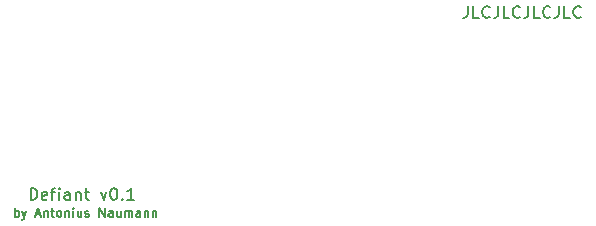
<source format=gbr>
%TF.GenerationSoftware,KiCad,Pcbnew,7.0.2-0*%
%TF.CreationDate,2024-02-18T22:39:56+01:00*%
%TF.ProjectId,defiant-plate,64656669-616e-4742-9d70-6c6174652e6b,v0.1*%
%TF.SameCoordinates,Original*%
%TF.FileFunction,Legend,Top*%
%TF.FilePolarity,Positive*%
%FSLAX46Y46*%
G04 Gerber Fmt 4.6, Leading zero omitted, Abs format (unit mm)*
G04 Created by KiCad (PCBNEW 7.0.2-0) date 2024-02-18 22:39:56*
%MOMM*%
%LPD*%
G01*
G04 APERTURE LIST*
%ADD10C,0.150000*%
%ADD11C,4.000000*%
G04 APERTURE END LIST*
D10*
X161073809Y-90777619D02*
X161073809Y-91491904D01*
X161073809Y-91491904D02*
X161026190Y-91634761D01*
X161026190Y-91634761D02*
X160930952Y-91730000D01*
X160930952Y-91730000D02*
X160788095Y-91777619D01*
X160788095Y-91777619D02*
X160692857Y-91777619D01*
X162026190Y-91777619D02*
X161550000Y-91777619D01*
X161550000Y-91777619D02*
X161550000Y-90777619D01*
X162930952Y-91682380D02*
X162883333Y-91730000D01*
X162883333Y-91730000D02*
X162740476Y-91777619D01*
X162740476Y-91777619D02*
X162645238Y-91777619D01*
X162645238Y-91777619D02*
X162502381Y-91730000D01*
X162502381Y-91730000D02*
X162407143Y-91634761D01*
X162407143Y-91634761D02*
X162359524Y-91539523D01*
X162359524Y-91539523D02*
X162311905Y-91349047D01*
X162311905Y-91349047D02*
X162311905Y-91206190D01*
X162311905Y-91206190D02*
X162359524Y-91015714D01*
X162359524Y-91015714D02*
X162407143Y-90920476D01*
X162407143Y-90920476D02*
X162502381Y-90825238D01*
X162502381Y-90825238D02*
X162645238Y-90777619D01*
X162645238Y-90777619D02*
X162740476Y-90777619D01*
X162740476Y-90777619D02*
X162883333Y-90825238D01*
X162883333Y-90825238D02*
X162930952Y-90872857D01*
X163645238Y-90777619D02*
X163645238Y-91491904D01*
X163645238Y-91491904D02*
X163597619Y-91634761D01*
X163597619Y-91634761D02*
X163502381Y-91730000D01*
X163502381Y-91730000D02*
X163359524Y-91777619D01*
X163359524Y-91777619D02*
X163264286Y-91777619D01*
X164597619Y-91777619D02*
X164121429Y-91777619D01*
X164121429Y-91777619D02*
X164121429Y-90777619D01*
X165502381Y-91682380D02*
X165454762Y-91730000D01*
X165454762Y-91730000D02*
X165311905Y-91777619D01*
X165311905Y-91777619D02*
X165216667Y-91777619D01*
X165216667Y-91777619D02*
X165073810Y-91730000D01*
X165073810Y-91730000D02*
X164978572Y-91634761D01*
X164978572Y-91634761D02*
X164930953Y-91539523D01*
X164930953Y-91539523D02*
X164883334Y-91349047D01*
X164883334Y-91349047D02*
X164883334Y-91206190D01*
X164883334Y-91206190D02*
X164930953Y-91015714D01*
X164930953Y-91015714D02*
X164978572Y-90920476D01*
X164978572Y-90920476D02*
X165073810Y-90825238D01*
X165073810Y-90825238D02*
X165216667Y-90777619D01*
X165216667Y-90777619D02*
X165311905Y-90777619D01*
X165311905Y-90777619D02*
X165454762Y-90825238D01*
X165454762Y-90825238D02*
X165502381Y-90872857D01*
X166216667Y-90777619D02*
X166216667Y-91491904D01*
X166216667Y-91491904D02*
X166169048Y-91634761D01*
X166169048Y-91634761D02*
X166073810Y-91730000D01*
X166073810Y-91730000D02*
X165930953Y-91777619D01*
X165930953Y-91777619D02*
X165835715Y-91777619D01*
X167169048Y-91777619D02*
X166692858Y-91777619D01*
X166692858Y-91777619D02*
X166692858Y-90777619D01*
X168073810Y-91682380D02*
X168026191Y-91730000D01*
X168026191Y-91730000D02*
X167883334Y-91777619D01*
X167883334Y-91777619D02*
X167788096Y-91777619D01*
X167788096Y-91777619D02*
X167645239Y-91730000D01*
X167645239Y-91730000D02*
X167550001Y-91634761D01*
X167550001Y-91634761D02*
X167502382Y-91539523D01*
X167502382Y-91539523D02*
X167454763Y-91349047D01*
X167454763Y-91349047D02*
X167454763Y-91206190D01*
X167454763Y-91206190D02*
X167502382Y-91015714D01*
X167502382Y-91015714D02*
X167550001Y-90920476D01*
X167550001Y-90920476D02*
X167645239Y-90825238D01*
X167645239Y-90825238D02*
X167788096Y-90777619D01*
X167788096Y-90777619D02*
X167883334Y-90777619D01*
X167883334Y-90777619D02*
X168026191Y-90825238D01*
X168026191Y-90825238D02*
X168073810Y-90872857D01*
X168788096Y-90777619D02*
X168788096Y-91491904D01*
X168788096Y-91491904D02*
X168740477Y-91634761D01*
X168740477Y-91634761D02*
X168645239Y-91730000D01*
X168645239Y-91730000D02*
X168502382Y-91777619D01*
X168502382Y-91777619D02*
X168407144Y-91777619D01*
X169740477Y-91777619D02*
X169264287Y-91777619D01*
X169264287Y-91777619D02*
X169264287Y-90777619D01*
X170645239Y-91682380D02*
X170597620Y-91730000D01*
X170597620Y-91730000D02*
X170454763Y-91777619D01*
X170454763Y-91777619D02*
X170359525Y-91777619D01*
X170359525Y-91777619D02*
X170216668Y-91730000D01*
X170216668Y-91730000D02*
X170121430Y-91634761D01*
X170121430Y-91634761D02*
X170073811Y-91539523D01*
X170073811Y-91539523D02*
X170026192Y-91349047D01*
X170026192Y-91349047D02*
X170026192Y-91206190D01*
X170026192Y-91206190D02*
X170073811Y-91015714D01*
X170073811Y-91015714D02*
X170121430Y-90920476D01*
X170121430Y-90920476D02*
X170216668Y-90825238D01*
X170216668Y-90825238D02*
X170359525Y-90777619D01*
X170359525Y-90777619D02*
X170454763Y-90777619D01*
X170454763Y-90777619D02*
X170597620Y-90825238D01*
X170597620Y-90825238D02*
X170645239Y-90872857D01*
X122748571Y-108618214D02*
X122748571Y-107868214D01*
X122748571Y-108153928D02*
X122820000Y-108118214D01*
X122820000Y-108118214D02*
X122962857Y-108118214D01*
X122962857Y-108118214D02*
X123034285Y-108153928D01*
X123034285Y-108153928D02*
X123070000Y-108189642D01*
X123070000Y-108189642D02*
X123105714Y-108261071D01*
X123105714Y-108261071D02*
X123105714Y-108475357D01*
X123105714Y-108475357D02*
X123070000Y-108546785D01*
X123070000Y-108546785D02*
X123034285Y-108582500D01*
X123034285Y-108582500D02*
X122962857Y-108618214D01*
X122962857Y-108618214D02*
X122820000Y-108618214D01*
X122820000Y-108618214D02*
X122748571Y-108582500D01*
X123355713Y-108118214D02*
X123534285Y-108618214D01*
X123712856Y-108118214D02*
X123534285Y-108618214D01*
X123534285Y-108618214D02*
X123462856Y-108796785D01*
X123462856Y-108796785D02*
X123427142Y-108832500D01*
X123427142Y-108832500D02*
X123355713Y-108868214D01*
X124534286Y-108403928D02*
X124891429Y-108403928D01*
X124462857Y-108618214D02*
X124712857Y-107868214D01*
X124712857Y-107868214D02*
X124962857Y-108618214D01*
X125212857Y-108118214D02*
X125212857Y-108618214D01*
X125212857Y-108189642D02*
X125248571Y-108153928D01*
X125248571Y-108153928D02*
X125320000Y-108118214D01*
X125320000Y-108118214D02*
X125427143Y-108118214D01*
X125427143Y-108118214D02*
X125498571Y-108153928D01*
X125498571Y-108153928D02*
X125534286Y-108225357D01*
X125534286Y-108225357D02*
X125534286Y-108618214D01*
X125784285Y-108118214D02*
X126069999Y-108118214D01*
X125891428Y-107868214D02*
X125891428Y-108511071D01*
X125891428Y-108511071D02*
X125927142Y-108582500D01*
X125927142Y-108582500D02*
X125998571Y-108618214D01*
X125998571Y-108618214D02*
X126069999Y-108618214D01*
X126427142Y-108618214D02*
X126355713Y-108582500D01*
X126355713Y-108582500D02*
X126319999Y-108546785D01*
X126319999Y-108546785D02*
X126284285Y-108475357D01*
X126284285Y-108475357D02*
X126284285Y-108261071D01*
X126284285Y-108261071D02*
X126319999Y-108189642D01*
X126319999Y-108189642D02*
X126355713Y-108153928D01*
X126355713Y-108153928D02*
X126427142Y-108118214D01*
X126427142Y-108118214D02*
X126534285Y-108118214D01*
X126534285Y-108118214D02*
X126605713Y-108153928D01*
X126605713Y-108153928D02*
X126641428Y-108189642D01*
X126641428Y-108189642D02*
X126677142Y-108261071D01*
X126677142Y-108261071D02*
X126677142Y-108475357D01*
X126677142Y-108475357D02*
X126641428Y-108546785D01*
X126641428Y-108546785D02*
X126605713Y-108582500D01*
X126605713Y-108582500D02*
X126534285Y-108618214D01*
X126534285Y-108618214D02*
X126427142Y-108618214D01*
X126998570Y-108118214D02*
X126998570Y-108618214D01*
X126998570Y-108189642D02*
X127034284Y-108153928D01*
X127034284Y-108153928D02*
X127105713Y-108118214D01*
X127105713Y-108118214D02*
X127212856Y-108118214D01*
X127212856Y-108118214D02*
X127284284Y-108153928D01*
X127284284Y-108153928D02*
X127319999Y-108225357D01*
X127319999Y-108225357D02*
X127319999Y-108618214D01*
X127677141Y-108618214D02*
X127677141Y-108118214D01*
X127677141Y-107868214D02*
X127641427Y-107903928D01*
X127641427Y-107903928D02*
X127677141Y-107939642D01*
X127677141Y-107939642D02*
X127712855Y-107903928D01*
X127712855Y-107903928D02*
X127677141Y-107868214D01*
X127677141Y-107868214D02*
X127677141Y-107939642D01*
X128355713Y-108118214D02*
X128355713Y-108618214D01*
X128034284Y-108118214D02*
X128034284Y-108511071D01*
X128034284Y-108511071D02*
X128069998Y-108582500D01*
X128069998Y-108582500D02*
X128141427Y-108618214D01*
X128141427Y-108618214D02*
X128248570Y-108618214D01*
X128248570Y-108618214D02*
X128319998Y-108582500D01*
X128319998Y-108582500D02*
X128355713Y-108546785D01*
X128677141Y-108582500D02*
X128748569Y-108618214D01*
X128748569Y-108618214D02*
X128891426Y-108618214D01*
X128891426Y-108618214D02*
X128962855Y-108582500D01*
X128962855Y-108582500D02*
X128998569Y-108511071D01*
X128998569Y-108511071D02*
X128998569Y-108475357D01*
X128998569Y-108475357D02*
X128962855Y-108403928D01*
X128962855Y-108403928D02*
X128891426Y-108368214D01*
X128891426Y-108368214D02*
X128784284Y-108368214D01*
X128784284Y-108368214D02*
X128712855Y-108332500D01*
X128712855Y-108332500D02*
X128677141Y-108261071D01*
X128677141Y-108261071D02*
X128677141Y-108225357D01*
X128677141Y-108225357D02*
X128712855Y-108153928D01*
X128712855Y-108153928D02*
X128784284Y-108118214D01*
X128784284Y-108118214D02*
X128891426Y-108118214D01*
X128891426Y-108118214D02*
X128962855Y-108153928D01*
X129891427Y-108618214D02*
X129891427Y-107868214D01*
X129891427Y-107868214D02*
X130319998Y-108618214D01*
X130319998Y-108618214D02*
X130319998Y-107868214D01*
X130998570Y-108618214D02*
X130998570Y-108225357D01*
X130998570Y-108225357D02*
X130962855Y-108153928D01*
X130962855Y-108153928D02*
X130891427Y-108118214D01*
X130891427Y-108118214D02*
X130748570Y-108118214D01*
X130748570Y-108118214D02*
X130677141Y-108153928D01*
X130998570Y-108582500D02*
X130927141Y-108618214D01*
X130927141Y-108618214D02*
X130748570Y-108618214D01*
X130748570Y-108618214D02*
X130677141Y-108582500D01*
X130677141Y-108582500D02*
X130641427Y-108511071D01*
X130641427Y-108511071D02*
X130641427Y-108439642D01*
X130641427Y-108439642D02*
X130677141Y-108368214D01*
X130677141Y-108368214D02*
X130748570Y-108332500D01*
X130748570Y-108332500D02*
X130927141Y-108332500D01*
X130927141Y-108332500D02*
X130998570Y-108296785D01*
X131677141Y-108118214D02*
X131677141Y-108618214D01*
X131355712Y-108118214D02*
X131355712Y-108511071D01*
X131355712Y-108511071D02*
X131391426Y-108582500D01*
X131391426Y-108582500D02*
X131462855Y-108618214D01*
X131462855Y-108618214D02*
X131569998Y-108618214D01*
X131569998Y-108618214D02*
X131641426Y-108582500D01*
X131641426Y-108582500D02*
X131677141Y-108546785D01*
X132034283Y-108618214D02*
X132034283Y-108118214D01*
X132034283Y-108189642D02*
X132069997Y-108153928D01*
X132069997Y-108153928D02*
X132141426Y-108118214D01*
X132141426Y-108118214D02*
X132248569Y-108118214D01*
X132248569Y-108118214D02*
X132319997Y-108153928D01*
X132319997Y-108153928D02*
X132355712Y-108225357D01*
X132355712Y-108225357D02*
X132355712Y-108618214D01*
X132355712Y-108225357D02*
X132391426Y-108153928D01*
X132391426Y-108153928D02*
X132462854Y-108118214D01*
X132462854Y-108118214D02*
X132569997Y-108118214D01*
X132569997Y-108118214D02*
X132641426Y-108153928D01*
X132641426Y-108153928D02*
X132677140Y-108225357D01*
X132677140Y-108225357D02*
X132677140Y-108618214D01*
X133355712Y-108618214D02*
X133355712Y-108225357D01*
X133355712Y-108225357D02*
X133319997Y-108153928D01*
X133319997Y-108153928D02*
X133248569Y-108118214D01*
X133248569Y-108118214D02*
X133105712Y-108118214D01*
X133105712Y-108118214D02*
X133034283Y-108153928D01*
X133355712Y-108582500D02*
X133284283Y-108618214D01*
X133284283Y-108618214D02*
X133105712Y-108618214D01*
X133105712Y-108618214D02*
X133034283Y-108582500D01*
X133034283Y-108582500D02*
X132998569Y-108511071D01*
X132998569Y-108511071D02*
X132998569Y-108439642D01*
X132998569Y-108439642D02*
X133034283Y-108368214D01*
X133034283Y-108368214D02*
X133105712Y-108332500D01*
X133105712Y-108332500D02*
X133284283Y-108332500D01*
X133284283Y-108332500D02*
X133355712Y-108296785D01*
X133712854Y-108118214D02*
X133712854Y-108618214D01*
X133712854Y-108189642D02*
X133748568Y-108153928D01*
X133748568Y-108153928D02*
X133819997Y-108118214D01*
X133819997Y-108118214D02*
X133927140Y-108118214D01*
X133927140Y-108118214D02*
X133998568Y-108153928D01*
X133998568Y-108153928D02*
X134034283Y-108225357D01*
X134034283Y-108225357D02*
X134034283Y-108618214D01*
X134391425Y-108118214D02*
X134391425Y-108618214D01*
X134391425Y-108189642D02*
X134427139Y-108153928D01*
X134427139Y-108153928D02*
X134498568Y-108118214D01*
X134498568Y-108118214D02*
X134605711Y-108118214D01*
X134605711Y-108118214D02*
X134677139Y-108153928D01*
X134677139Y-108153928D02*
X134712854Y-108225357D01*
X134712854Y-108225357D02*
X134712854Y-108618214D01*
X124058095Y-107187619D02*
X124058095Y-106187619D01*
X124058095Y-106187619D02*
X124296190Y-106187619D01*
X124296190Y-106187619D02*
X124439047Y-106235238D01*
X124439047Y-106235238D02*
X124534285Y-106330476D01*
X124534285Y-106330476D02*
X124581904Y-106425714D01*
X124581904Y-106425714D02*
X124629523Y-106616190D01*
X124629523Y-106616190D02*
X124629523Y-106759047D01*
X124629523Y-106759047D02*
X124581904Y-106949523D01*
X124581904Y-106949523D02*
X124534285Y-107044761D01*
X124534285Y-107044761D02*
X124439047Y-107140000D01*
X124439047Y-107140000D02*
X124296190Y-107187619D01*
X124296190Y-107187619D02*
X124058095Y-107187619D01*
X125439047Y-107140000D02*
X125343809Y-107187619D01*
X125343809Y-107187619D02*
X125153333Y-107187619D01*
X125153333Y-107187619D02*
X125058095Y-107140000D01*
X125058095Y-107140000D02*
X125010476Y-107044761D01*
X125010476Y-107044761D02*
X125010476Y-106663809D01*
X125010476Y-106663809D02*
X125058095Y-106568571D01*
X125058095Y-106568571D02*
X125153333Y-106520952D01*
X125153333Y-106520952D02*
X125343809Y-106520952D01*
X125343809Y-106520952D02*
X125439047Y-106568571D01*
X125439047Y-106568571D02*
X125486666Y-106663809D01*
X125486666Y-106663809D02*
X125486666Y-106759047D01*
X125486666Y-106759047D02*
X125010476Y-106854285D01*
X125772381Y-106520952D02*
X126153333Y-106520952D01*
X125915238Y-107187619D02*
X125915238Y-106330476D01*
X125915238Y-106330476D02*
X125962857Y-106235238D01*
X125962857Y-106235238D02*
X126058095Y-106187619D01*
X126058095Y-106187619D02*
X126153333Y-106187619D01*
X126486667Y-107187619D02*
X126486667Y-106520952D01*
X126486667Y-106187619D02*
X126439048Y-106235238D01*
X126439048Y-106235238D02*
X126486667Y-106282857D01*
X126486667Y-106282857D02*
X126534286Y-106235238D01*
X126534286Y-106235238D02*
X126486667Y-106187619D01*
X126486667Y-106187619D02*
X126486667Y-106282857D01*
X127391428Y-107187619D02*
X127391428Y-106663809D01*
X127391428Y-106663809D02*
X127343809Y-106568571D01*
X127343809Y-106568571D02*
X127248571Y-106520952D01*
X127248571Y-106520952D02*
X127058095Y-106520952D01*
X127058095Y-106520952D02*
X126962857Y-106568571D01*
X127391428Y-107140000D02*
X127296190Y-107187619D01*
X127296190Y-107187619D02*
X127058095Y-107187619D01*
X127058095Y-107187619D02*
X126962857Y-107140000D01*
X126962857Y-107140000D02*
X126915238Y-107044761D01*
X126915238Y-107044761D02*
X126915238Y-106949523D01*
X126915238Y-106949523D02*
X126962857Y-106854285D01*
X126962857Y-106854285D02*
X127058095Y-106806666D01*
X127058095Y-106806666D02*
X127296190Y-106806666D01*
X127296190Y-106806666D02*
X127391428Y-106759047D01*
X127867619Y-106520952D02*
X127867619Y-107187619D01*
X127867619Y-106616190D02*
X127915238Y-106568571D01*
X127915238Y-106568571D02*
X128010476Y-106520952D01*
X128010476Y-106520952D02*
X128153333Y-106520952D01*
X128153333Y-106520952D02*
X128248571Y-106568571D01*
X128248571Y-106568571D02*
X128296190Y-106663809D01*
X128296190Y-106663809D02*
X128296190Y-107187619D01*
X128629524Y-106520952D02*
X129010476Y-106520952D01*
X128772381Y-106187619D02*
X128772381Y-107044761D01*
X128772381Y-107044761D02*
X128820000Y-107140000D01*
X128820000Y-107140000D02*
X128915238Y-107187619D01*
X128915238Y-107187619D02*
X129010476Y-107187619D01*
X130010477Y-106520952D02*
X130248572Y-107187619D01*
X130248572Y-107187619D02*
X130486667Y-106520952D01*
X131058096Y-106187619D02*
X131153334Y-106187619D01*
X131153334Y-106187619D02*
X131248572Y-106235238D01*
X131248572Y-106235238D02*
X131296191Y-106282857D01*
X131296191Y-106282857D02*
X131343810Y-106378095D01*
X131343810Y-106378095D02*
X131391429Y-106568571D01*
X131391429Y-106568571D02*
X131391429Y-106806666D01*
X131391429Y-106806666D02*
X131343810Y-106997142D01*
X131343810Y-106997142D02*
X131296191Y-107092380D01*
X131296191Y-107092380D02*
X131248572Y-107140000D01*
X131248572Y-107140000D02*
X131153334Y-107187619D01*
X131153334Y-107187619D02*
X131058096Y-107187619D01*
X131058096Y-107187619D02*
X130962858Y-107140000D01*
X130962858Y-107140000D02*
X130915239Y-107092380D01*
X130915239Y-107092380D02*
X130867620Y-106997142D01*
X130867620Y-106997142D02*
X130820001Y-106806666D01*
X130820001Y-106806666D02*
X130820001Y-106568571D01*
X130820001Y-106568571D02*
X130867620Y-106378095D01*
X130867620Y-106378095D02*
X130915239Y-106282857D01*
X130915239Y-106282857D02*
X130962858Y-106235238D01*
X130962858Y-106235238D02*
X131058096Y-106187619D01*
X131820001Y-107092380D02*
X131867620Y-107140000D01*
X131867620Y-107140000D02*
X131820001Y-107187619D01*
X131820001Y-107187619D02*
X131772382Y-107140000D01*
X131772382Y-107140000D02*
X131820001Y-107092380D01*
X131820001Y-107092380D02*
X131820001Y-107187619D01*
X132820000Y-107187619D02*
X132248572Y-107187619D01*
X132534286Y-107187619D02*
X132534286Y-106187619D01*
X132534286Y-106187619D02*
X132439048Y-106330476D01*
X132439048Y-106330476D02*
X132343810Y-106425714D01*
X132343810Y-106425714D02*
X132248572Y-106473333D01*
%TO.C,*%
%TD*%
%LPC*%
D11*
%TO.C,REF\u002A\u002A*%
X118494251Y-90563323D03*
%TD*%
%TO.C,*%
X181220000Y-113710000D03*
%TD*%
%TO.C,*%
X119704251Y-116603323D03*
%TD*%
%TO.C,REF\u002A\u002A*%
X156494251Y-71553323D03*
%TD*%
%TO.C,REF\u002A\u002A*%
X118494251Y-71553323D03*
%TD*%
%TO.C,REF\u002A\u002A*%
X156494251Y-90563323D03*
%TD*%
%LPD*%
M02*

</source>
